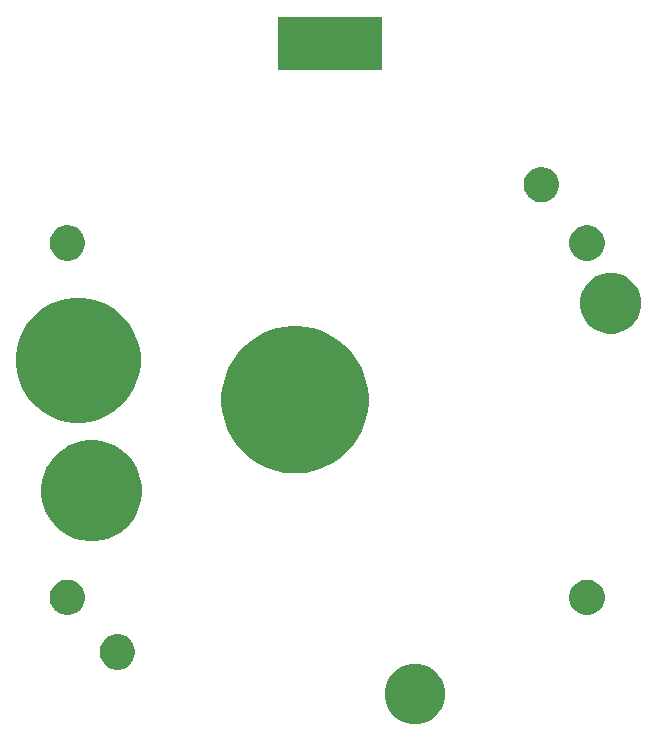
<source format=gbr>
%TF.GenerationSoftware,Altium Limited,Altium Designer,22.7.1 (60)*%
G04 Layer_Color=0*
%FSLAX45Y45*%
%MOMM*%
%TF.SameCoordinates,7EA997FE-DDDF-495E-A45D-074EEB3093BC*%
%TF.FilePolarity,Positive*%
%TF.FileFunction,NonPlated,1,2,NPTH,Drill*%
%TF.Part,Single*%
G01*
G75*
G36*
X4660900Y3263382D02*
X4630303D01*
X4569403Y3269380D01*
X4509385Y3281318D01*
X4450826Y3299082D01*
X4394290Y3322500D01*
X4340321Y3351347D01*
X4289440Y3385344D01*
X4242136Y3424166D01*
X4198866Y3467436D01*
X4160044Y3514740D01*
X4126047Y3565621D01*
X4097200Y3619590D01*
X4073782Y3676126D01*
X4056018Y3734685D01*
X4044080Y3794703D01*
X4038082Y3855603D01*
Y3886200D01*
Y3916797D01*
X4044080Y3977696D01*
X4056018Y4037715D01*
X4073782Y4096274D01*
X4097200Y4152810D01*
X4126047Y4206778D01*
X4160044Y4257660D01*
X4198866Y4304963D01*
X4242136Y4348234D01*
X4289440Y4387055D01*
X4340321Y4421053D01*
X4394290Y4449900D01*
X4450826Y4473318D01*
X4509385Y4491081D01*
X4569403Y4503020D01*
X4630303Y4509018D01*
X4660900D01*
X4691497D01*
X4752396Y4503020D01*
X4812415Y4491081D01*
X4870974Y4473318D01*
X4927510Y4449900D01*
X4981478Y4421053D01*
X5032360Y4387055D01*
X5079663Y4348234D01*
X5122934Y4304963D01*
X5161755Y4257660D01*
X5195753Y4206778D01*
X5224600Y4152810D01*
X5248018Y4096274D01*
X5265781Y4037715D01*
X5277720Y3977696D01*
X5283718Y3916797D01*
Y3886200D01*
Y3855603D01*
X5277720Y3794703D01*
X5265781Y3734685D01*
X5248018Y3676126D01*
X5224600Y3619590D01*
X5195753Y3565621D01*
X5161755Y3514740D01*
X5122934Y3467436D01*
X5079663Y3424166D01*
X5032360Y3385344D01*
X4981478Y3351347D01*
X4927510Y3322500D01*
X4870974Y3299082D01*
X4812415Y3281318D01*
X4752396Y3269380D01*
X4691497Y3263382D01*
X4660900D01*
D01*
D02*
G37*
G36*
X2825179Y3691061D02*
X2790487D01*
X2721696Y3700117D01*
X2654675Y3718075D01*
X2590572Y3744628D01*
X2530484Y3779320D01*
X2475437Y3821559D01*
X2426375Y3870621D01*
X2384136Y3925667D01*
X2349444Y3985756D01*
X2322891Y4049859D01*
X2304933Y4116879D01*
X2295877Y4185671D01*
Y4220363D01*
Y4255055D01*
X2304933Y4323846D01*
X2322891Y4390867D01*
X2349444Y4454969D01*
X2384136Y4515058D01*
X2426375Y4570105D01*
X2475437Y4619167D01*
X2530484Y4661406D01*
X2590572Y4696098D01*
X2654675Y4722650D01*
X2721696Y4740609D01*
X2790487Y4749665D01*
X2825179D01*
X2859871D01*
X2928662Y4740609D01*
X2995683Y4722650D01*
X3059786Y4696098D01*
X3119875Y4661406D01*
X3174921Y4619167D01*
X3223983Y4570105D01*
X3266222Y4515058D01*
X3300914Y4454969D01*
X3327467Y4390867D01*
X3345425Y4323846D01*
X3354481Y4255055D01*
Y4220363D01*
Y4185671D01*
X3345425Y4116879D01*
X3327467Y4049859D01*
X3300914Y3985756D01*
X3266222Y3925667D01*
X3223983Y3870621D01*
X3174921Y3821559D01*
X3119875Y3779320D01*
X3059786Y3744628D01*
X2995683Y3718075D01*
X2928662Y3700117D01*
X2859871Y3691061D01*
X2825179D01*
D01*
D02*
G37*
G36*
X7076838Y4702963D02*
Y4677666D01*
X7086708Y4628045D01*
X7106069Y4581303D01*
X7134177Y4539236D01*
X7169952Y4503461D01*
X7212019Y4475353D01*
X7258761Y4455992D01*
X7308382Y4446121D01*
X7333679D01*
X7358976D01*
X7408597Y4455992D01*
X7455339Y4475353D01*
X7497406Y4503461D01*
X7533181Y4539236D01*
X7561289Y4581303D01*
X7580650Y4628045D01*
X7590521Y4677666D01*
Y4702963D01*
Y4728260D01*
X7580650Y4777881D01*
X7561289Y4824623D01*
X7533181Y4866690D01*
X7497406Y4902465D01*
X7455339Y4930573D01*
X7408597Y4949934D01*
X7358976Y4959804D01*
X7333679D01*
X7308382D01*
X7258761Y4949934D01*
X7212019Y4930573D01*
X7169952Y4902465D01*
X7134177Y4866690D01*
X7106069Y4824623D01*
X7086708Y4777881D01*
X7076838Y4728260D01*
Y4702963D01*
D01*
D02*
G37*
G36*
X6746579Y5557663D02*
X6731805D01*
X6702826Y5563427D01*
X6675528Y5574735D01*
X6650960Y5591150D01*
X6630067Y5612043D01*
X6613651Y5636611D01*
X6602344Y5663909D01*
X6596579Y5692889D01*
Y5707663D01*
Y5722437D01*
X6602344Y5751416D01*
X6613651Y5778714D01*
X6630067Y5803282D01*
X6650960Y5824175D01*
X6675528Y5840591D01*
X6702826Y5851898D01*
X6731805Y5857663D01*
X6746579D01*
X6761353D01*
X6790333Y5851898D01*
X6817631Y5840591D01*
X6842199Y5824175D01*
X6863092Y5803282D01*
X6879507Y5778714D01*
X6890815Y5751416D01*
X6896579Y5722437D01*
Y5707663D01*
Y5692889D01*
X6890815Y5663909D01*
X6879507Y5636611D01*
X6863092Y5612043D01*
X6842199Y5591150D01*
X6817631Y5574735D01*
X6790333Y5563427D01*
X6761353Y5557663D01*
X6746579D01*
D01*
D02*
G37*
G36*
X3157659Y1600999D02*
X3142885D01*
X3113905Y1606763D01*
X3086607Y1618070D01*
X3062039Y1634486D01*
X3041146Y1655379D01*
X3024731Y1679947D01*
X3013423Y1707245D01*
X3007659Y1736225D01*
Y1750999D01*
Y1765772D01*
X3013423Y1794752D01*
X3024731Y1822050D01*
X3041146Y1846618D01*
X3062039Y1867511D01*
X3086607Y1883927D01*
X3113905Y1895234D01*
X3142885Y1900998D01*
X3157659D01*
X3172433D01*
X3201412Y1895234D01*
X3228710Y1883927D01*
X3253278Y1867511D01*
X3274171Y1846618D01*
X3290587Y1822050D01*
X3301894Y1794752D01*
X3307659Y1765772D01*
Y1750999D01*
Y1736225D01*
X3301894Y1707245D01*
X3290587Y1679947D01*
X3274171Y1655379D01*
X3253278Y1634486D01*
X3228710Y1618070D01*
X3201412Y1606763D01*
X3172433Y1600999D01*
X3157659D01*
D01*
D02*
G37*
G36*
X2733379Y5062363D02*
X2718605D01*
X2689626Y5068127D01*
X2662328Y5079435D01*
X2637760Y5095850D01*
X2616867Y5116743D01*
X2600451Y5141311D01*
X2589144Y5168609D01*
X2583379Y5197589D01*
Y5212363D01*
Y5227137D01*
X2589144Y5256116D01*
X2600451Y5283414D01*
X2616867Y5307982D01*
X2637760Y5328875D01*
X2662328Y5345291D01*
X2689626Y5356598D01*
X2718605Y5362363D01*
X2733379D01*
X2748153D01*
X2777133Y5356598D01*
X2804431Y5345291D01*
X2828999Y5328875D01*
X2849892Y5307982D01*
X2866307Y5283414D01*
X2877615Y5256116D01*
X2883379Y5227137D01*
Y5212363D01*
Y5197589D01*
X2877615Y5168609D01*
X2866307Y5141311D01*
X2849892Y5116743D01*
X2828999Y5095850D01*
X2804431Y5079435D01*
X2777133Y5068127D01*
X2748153Y5062363D01*
X2733379D01*
D01*
D02*
G37*
G36*
X6983379Y5212363D02*
Y5197589D01*
X6989144Y5168609D01*
X7000451Y5141311D01*
X7016867Y5116743D01*
X7037760Y5095850D01*
X7062328Y5079435D01*
X7089626Y5068127D01*
X7118605Y5062363D01*
X7133379D01*
X7148153D01*
X7177132Y5068127D01*
X7204431Y5079435D01*
X7228998Y5095850D01*
X7249892Y5116743D01*
X7266307Y5141311D01*
X7277615Y5168609D01*
X7283379Y5197589D01*
Y5212363D01*
Y5227137D01*
X7277615Y5256116D01*
X7266307Y5283414D01*
X7249892Y5307982D01*
X7228998Y5328875D01*
X7204431Y5345291D01*
X7177132Y5356598D01*
X7148153Y5362363D01*
X7133379D01*
X7118605D01*
X7089626Y5356598D01*
X7062328Y5345291D01*
X7037760Y5328875D01*
X7016867Y5307982D01*
X7000451Y5283414D01*
X6989144Y5256116D01*
X6983379Y5227137D01*
Y5212363D01*
D01*
D02*
G37*
G36*
Y2212363D02*
Y2197589D01*
X6989144Y2168609D01*
X7000451Y2141311D01*
X7016867Y2116743D01*
X7037760Y2095850D01*
X7062328Y2079434D01*
X7089626Y2068127D01*
X7118605Y2062363D01*
X7133379D01*
X7148153D01*
X7177132Y2068127D01*
X7204431Y2079434D01*
X7228998Y2095850D01*
X7249892Y2116743D01*
X7266307Y2141311D01*
X7277615Y2168609D01*
X7283379Y2197589D01*
Y2212363D01*
Y2227137D01*
X7277615Y2256116D01*
X7266307Y2283414D01*
X7249892Y2307982D01*
X7228998Y2328875D01*
X7204431Y2345291D01*
X7177132Y2356598D01*
X7148153Y2362363D01*
X7133379D01*
X7118605D01*
X7089626Y2356598D01*
X7062328Y2345291D01*
X7037760Y2328875D01*
X7016867Y2307982D01*
X7000451Y2283414D01*
X6989144Y2256116D01*
X6983379Y2227137D01*
Y2212363D01*
D01*
D02*
G37*
G36*
X2733379Y2062363D02*
X2718605D01*
X2689626Y2068127D01*
X2662328Y2079434D01*
X2637760Y2095850D01*
X2616867Y2116743D01*
X2600451Y2141311D01*
X2589144Y2168609D01*
X2583379Y2197589D01*
Y2212363D01*
Y2227137D01*
X2589144Y2256116D01*
X2600451Y2283414D01*
X2616867Y2307982D01*
X2637760Y2328875D01*
X2662328Y2345291D01*
X2689626Y2356598D01*
X2718605Y2362363D01*
X2733379D01*
X2748153D01*
X2777133Y2356598D01*
X2804431Y2345291D01*
X2828999Y2328875D01*
X2849892Y2307982D01*
X2866307Y2283414D01*
X2877615Y2256116D01*
X2883379Y2227137D01*
Y2212363D01*
Y2197589D01*
X2877615Y2168609D01*
X2866307Y2141311D01*
X2849892Y2116743D01*
X2828999Y2095850D01*
X2804431Y2079434D01*
X2777133Y2068127D01*
X2748153Y2062363D01*
X2733379D01*
D01*
D02*
G37*
G36*
X5419366Y1394907D02*
Y1369610D01*
X5429236Y1319988D01*
X5448597Y1273246D01*
X5476706Y1231179D01*
X5512480Y1195405D01*
X5554547Y1167296D01*
X5601290Y1147935D01*
X5650911Y1138065D01*
X5676208D01*
X5701504D01*
X5751125Y1147935D01*
X5797868Y1167296D01*
X5839934Y1195405D01*
X5875709Y1231179D01*
X5903818Y1273246D01*
X5923179Y1319988D01*
X5933049Y1369610D01*
Y1394907D01*
Y1420203D01*
X5923179Y1469824D01*
X5903818Y1516566D01*
X5875709Y1558633D01*
X5839934Y1594408D01*
X5797868Y1622516D01*
X5751125Y1641878D01*
X5701504Y1651748D01*
X5676208D01*
X5650911D01*
X5601290Y1641878D01*
X5554547Y1622516D01*
X5512480Y1594408D01*
X5476706Y1558633D01*
X5448597Y1516566D01*
X5429236Y1469824D01*
X5419366Y1420203D01*
Y1394907D01*
D01*
D02*
G37*
G36*
X2939479Y2688735D02*
X2911510D01*
X2856050Y2696037D01*
X2802018Y2710515D01*
X2750337Y2731921D01*
X2701893Y2759890D01*
X2657514Y2793944D01*
X2617960Y2833498D01*
X2583907Y2877877D01*
X2555937Y2926321D01*
X2534531Y2978001D01*
X2520053Y3032034D01*
X2512752Y3087494D01*
Y3115463D01*
Y3143432D01*
X2520053Y3198892D01*
X2534531Y3252924D01*
X2555937Y3304605D01*
X2583907Y3353049D01*
X2617960Y3397428D01*
X2657514Y3436982D01*
X2701893Y3471035D01*
X2750337Y3499004D01*
X2802018Y3520411D01*
X2856050Y3534889D01*
X2911510Y3542191D01*
X2939479D01*
X2967448D01*
X3022908Y3534889D01*
X3076941Y3520411D01*
X3128621Y3499004D01*
X3177065Y3471035D01*
X3221444Y3436982D01*
X3260998Y3397428D01*
X3295052Y3353049D01*
X3323021Y3304605D01*
X3344427Y3252924D01*
X3358905Y3198892D01*
X3366207Y3143432D01*
Y3115463D01*
Y3087494D01*
X3358905Y3032034D01*
X3344427Y2978001D01*
X3323021Y2926321D01*
X3295052Y2877877D01*
X3260998Y2833498D01*
X3221444Y2793944D01*
X3177065Y2759890D01*
X3128621Y2731921D01*
X3076941Y2710515D01*
X3022908Y2696037D01*
X2967448Y2688735D01*
X2939479D01*
D01*
D02*
G37*
G36*
X4521200Y6680200D02*
X5397500D01*
Y7124700D01*
X4521200D01*
Y6680200D01*
D02*
G37*
%TF.MD5,e29c61b56ff91730feea35d117aecc6f*%
M02*

</source>
